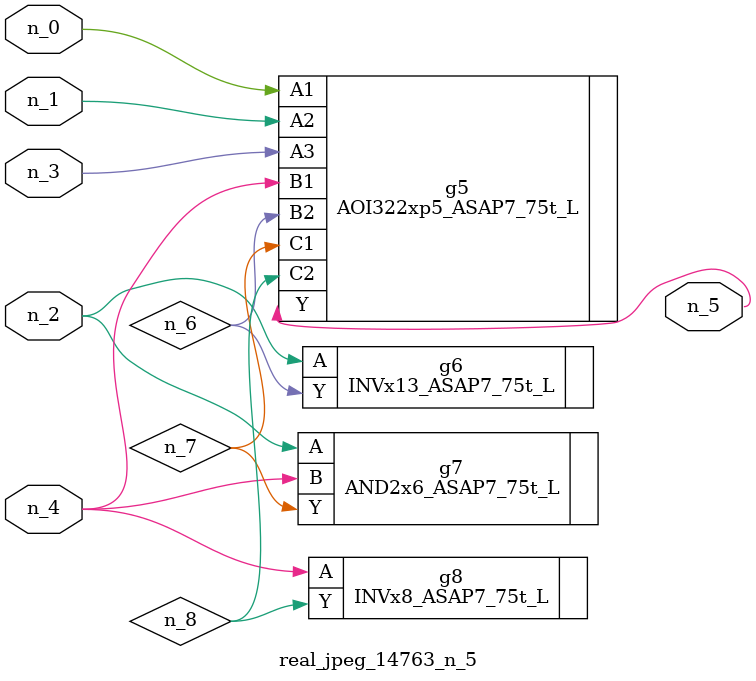
<source format=v>
module real_jpeg_14763_n_5 (n_4, n_0, n_1, n_2, n_3, n_5);

input n_4;
input n_0;
input n_1;
input n_2;
input n_3;

output n_5;

wire n_8;
wire n_6;
wire n_7;

AOI322xp5_ASAP7_75t_L g5 ( 
.A1(n_0),
.A2(n_1),
.A3(n_3),
.B1(n_4),
.B2(n_6),
.C1(n_7),
.C2(n_8),
.Y(n_5)
);

INVx13_ASAP7_75t_L g6 ( 
.A(n_2),
.Y(n_6)
);

AND2x6_ASAP7_75t_L g7 ( 
.A(n_2),
.B(n_4),
.Y(n_7)
);

INVx8_ASAP7_75t_L g8 ( 
.A(n_4),
.Y(n_8)
);


endmodule
</source>
